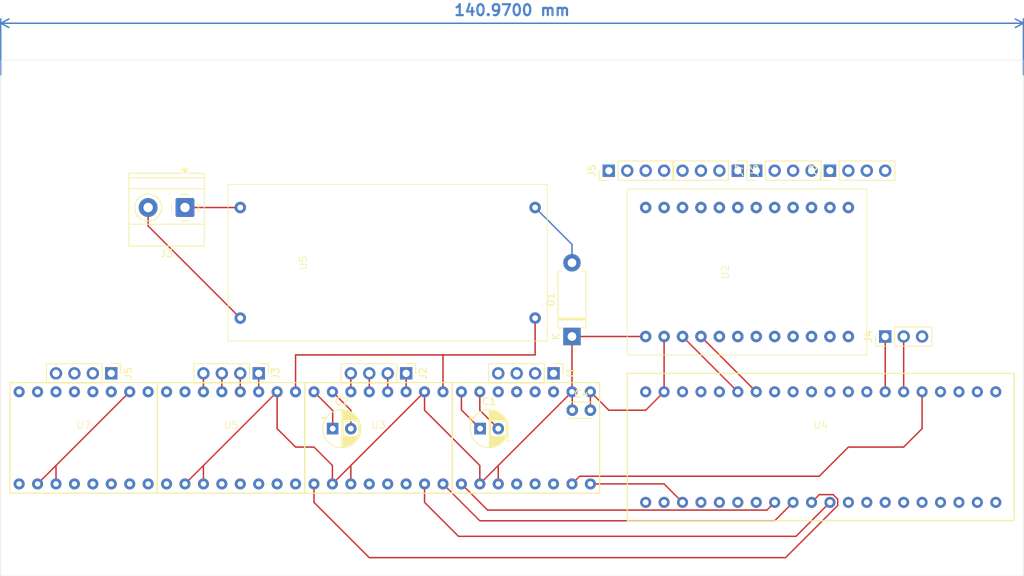
<source format=kicad_pcb>
(kicad_pcb (version 20241229) (generator "pcbnew") (generator_version "9.0")
  (layers (0 "F.Cu" signal) (2 "B.Cu" signal) (13 "F.Paste" user) (15 "B.Paste" user) (5 "F.SilkS" user "F.Silkscreen") (7 "B.SilkS" user "B.Silkscreen") (1 "F.Mask" user) (3 "B.Mask" user) (25 "Edge.Cuts" user))
  (net 0 "")
  (net 1 "Net-(J1-Pin_4)")
  (net 2 "/M1_EN")
  (net 3 "Net-(J1-Pin_3)")
  (net 4 "/M1_DIR")
  (net 5 "+24V")
  (net 6 "GND")
  (net 7 "+3V3")
  (net 10 "/M1_STEP")
  (net 11 "Net-(J1-Pin_2)")
  (net 12 "Net-(J1-Pin_1)")
  (net 15 "Net-(J2-Pin_2)")
  (net 16 "Net-(J2-Pin_3)")
  (net 17 "Net-(J2-Pin_4)")
  (net 20 "/M2_EN")
  (net 21 "/M2_STEP")
  (net 22 "/M2_DIR")
  (net 23 "Net-(J2-Pin_1)")
  (net 24 "Net-(J3-Pin_4)")
  (net 25 "/M3_DIR")
  (net 26 "Net-(D1-A)")
  (net 27 "/M3_STEP")
  (net 28 "Net-(J3-Pin_2)")
  (net 29 "/M3_EN")
  (net 30 "Net-(J3-Pin_3)")
  (net 32 "Net-(J3-Pin_1)")
  (net 33 "/M4_DIR")
  (net 34 "/M4_EN")
  (net 35 "/M4_STEP")
  (net 36 "/USART1_TX")
  (net 41 "/USART1_RX")
  (net 50 "/I2C1_SDA")
  (net 53 "/I2C1_SCL")
  (net 66 "Net-(J5-Pin_4)")
  (net 67 "Net-(J5-Pin_3)")
  (net 68 "Net-(J5-Pin_1)")
  (net 69 "Net-(J5-Pin_2)")
  (footprint "TerminalBlock_Phoenix:TerminalBlock_Phoenix_MKDS-1,5-2-5.08_1x02_P5.08mm_Horizontal" (layer "F.Cu") (at 83.82 68.58 180)
    (property "Reference" "J3" (at 2.54 -6.32 0) (layer "F.SilkS"))
    (property "Value" "Terminal")
    (pad "1" thru_hole roundrect (at 0 0 180) (size 2.6 2.6) (drill 1.3) (layers "*.Cu" "*.Mask") (roundrect_rratio 0.096154) (net 5 "+24V"))
    (pad "2" thru_hole circle (at 5.08 0 180) (size 2.6 2.6) (drill 1.3) (layers "*.Cu" "*.Mask") (net 6 "GND"))
  )
  (footprint "Connector_PinHeader_2.54mm:PinHeader_1x04_P2.54mm_Vertical" (layer "F.Cu") (at 114.3 91.44 -90)
    (property "Reference" "J2" (at 0 -2.33 90) (layer "F.SilkS"))
    (property "Value" "M2")
    (pad "1" thru_hole rect (at 0 0 270) (size 1.7 1.7) (drill 1) (layers "*.Cu" "*.Mask") (net 23 "Net-(J2-Pin_1)"))
    (pad "2" thru_hole oval (at 0 2.54 270) (size 1.7 1.7) (drill 1) (layers "*.Cu" "*.Mask") (net 15 "Net-(J2-Pin_2)"))
    (pad "3" thru_hole oval (at 0 5.08 270) (size 1.7 1.7) (drill 1) (layers "*.Cu" "*.Mask") (net 16 "Net-(J2-Pin_3)"))
    (pad "4" thru_hole oval (at 0 7.62 270) (size 1.7 1.7) (drill 1) (layers "*.Cu" "*.Mask") (net 17 "Net-(J2-Pin_4)"))
  )
  (footprint "stm32_ra_board_footprints:TMC2208_Board_Footprint" (layer "F.Cu") (at 130.81 100.33 90)
    (property "Reference" "U1" (at 0 -3 0) (layer "F.SilkS") (effects (font (thickness 0.1))))
    (property "Value" "~")
    (pad "1" thru_hole circle (at -6.35 -8.89 90) (size 1.524 1.524) (drill 0.762) (layers "*.Cu" "*.Mask") (net 2 "/M1_EN"))
    (pad "2" thru_hole circle (at -6.35 -6.35 90) (size 1.524 1.524) (drill 0.762) (layers "*.Cu" "*.Mask") (net 7 "+3V3"))
    (pad "3" thru_hole circle (at -6.35 -3.81 90) (size 1.524 1.524) (drill 0.762) (layers "*.Cu" "*.Mask") (net 7 "+3V3"))
    (pad "4" thru_hole circle (at -6.35 -1.27 90) (size 1.524 1.524) (drill 0.762) (layers "*.Cu" "*.Mask"))
    (pad "5" thru_hole circle (at -6.35 1.27 90) (size 1.524 1.524) (drill 0.762) (layers "*.Cu" "*.Mask"))
    (pad "6" thru_hole circle (at -6.35 3.81 90) (size 1.524 1.524) (drill 0.762) (layers "*.Cu" "*.Mask"))
    (pad "7" thru_hole circle (at -6.35 6.35 90) (size 1.524 1.524) (drill 0.762) (layers "*.Cu" "*.Mask") (net 10 "/M1_STEP"))
    (pad "8" thru_hole circle (at -6.35 8.89 90) (size 1.524 1.524) (drill 0.762) (layers "*.Cu" "*.Mask") (net 4 "/M1_DIR"))
    (pad "9" thru_hole circle (at 6.35 8.89 90) (size 1.524 1.524) (drill 0.762) (layers "*.Cu" "*.Mask") (net 6 "GND"))
    (pad "10" thru_hole circle (at 6.35 6.35 90) (size 1.524 1.524) (drill 0.762) (layers "*.Cu" "*.Mask") (net 7 "+3V3"))
    (pad "11" thru_hole circle (at 6.35 3.81 90) (size 1.524 1.524) (drill 0.762) (layers "*.Cu" "*.Mask") (net 12 "Net-(J1-Pin_1)"))
    (pad "12" thru_hole circle (at 6.35 1.27 90) (size 1.524 1.524) (drill 0.762) (layers "*.Cu" "*.Mask") (net 11 "Net-(J1-Pin_2)"))
    (pad "13" thru_hole circle (at 6.35 -1.27 90) (size 1.524 1.524) (drill 0.762) (layers "*.Cu" "*.Mask") (net 3 "Net-(J1-Pin_3)"))
    (pad "14" thru_hole circle (at 6.35 -3.81 90) (size 1.524 1.524) (drill 0.762) (layers "*.Cu" "*.Mask") (net 1 "Net-(J1-Pin_4)"))
    (pad "15" thru_hole circle (at 6.35 -6.35 90) (size 1.524 1.524) (drill 0.762) (layers "*.Cu" "*.Mask") (net 6 "GND"))
    (pad "16" thru_hole circle (at 6.35 -8.89 90) (size 1.524 1.524) (drill 0.762) (layers "*.Cu" "*.Mask") (net 5 "+24V"))
  )
  (footprint "Connector_PinHeader_2.54mm:PinHeader_1x04_P2.54mm_Vertical" (layer "F.Cu") (at 73.66 91.44 -90)
    (property "Reference" "J5" (at 0 -2.33 90) (layer "F.SilkS"))
    (property "Value" "M4")
    (pad "1" thru_hole rect (at 0 0 270) (size 1.7 1.7) (drill 1) (layers "*.Cu" "*.Mask") (net 68 "Net-(J5-Pin_1)"))
    (pad "2" thru_hole oval (at 0 2.54 270) (size 1.7 1.7) (drill 1) (layers "*.Cu" "*.Mask") (net 69 "Net-(J5-Pin_2)"))
    (pad "3" thru_hole oval (at 0 5.08 270) (size 1.7 1.7) (drill 1) (layers "*.Cu" "*.Mask") (net 67 "Net-(J5-Pin_3)"))
    (pad "4" thru_hole oval (at 0 7.62 270) (size 1.7 1.7) (drill 1) (layers "*.Cu" "*.Mask") (net 66 "Net-(J5-Pin_4)"))
  )
  (footprint "stm32_ra_board_footprints:STM32F411CEU6_Board" (layer "F.Cu") (at 171.45 101.6 90)
    (property "Reference" "U4" (at 3 0 0) (layer "F.SilkS") (effects (font (thickness 0.1))))
    (property "Value" "STM32F411CEU6_Board")
    (pad "1" thru_hole circle (at -7.62 -24.13 90) (size 1.524 1.524) (drill 0.8) (layers "*.Cu" "*.Mask" "B.Adhes"))
    (pad "2" thru_hole circle (at -7.62 -21.59 90) (size 1.524 1.524) (drill 0.8) (layers "*.Cu" "*.Mask" "B.Adhes"))
    (pad "3" thru_hole circle (at -7.62 -19.05 90) (size 1.524 1.524) (drill 0.8) (layers "*.Cu" "*.Mask" "B.Adhes") (net 4 "/M1_DIR"))
    (pad "4" thru_hole circle (at -7.62 -16.51 90) (size 1.524 1.524) (drill 0.8) (layers "*.Cu" "*.Mask" "B.Adhes"))
    (pad "5" thru_hole circle (at -7.62 -13.97 90) (size 1.524 1.524) (drill 0.8) (layers "*.Cu" "*.Mask" "B.Adhes"))
    (pad "6" thru_hole circle (at -7.62 -11.43 90) (size 1.524 1.524) (drill 0.8) (layers "*.Cu" "*.Mask" "B.Adhes"))
    (pad "7" thru_hole circle (at -7.62 -8.89 90) (size 1.524 1.524) (drill 0.8) (layers "*.Cu" "*.Mask" "B.Adhes"))
    (pad "8" thru_hole circle (at -7.62 -6.35 90) (size 1.524 1.524) (drill 0.8) (layers "*.Cu" "*.Mask" "B.Adhes") (net 2 "/M1_EN"))
    (pad "9" thru_hole circle (at -7.62 -3.81 90) (size 1.524 1.524) (drill 0.8) (layers "*.Cu" "*.Mask" "B.Adhes") (net 22 "/M2_DIR"))
    (pad "10" thru_hole circle (at -7.62 -1.27 90) (size 1.524 1.524) (drill 0.8) (layers "*.Cu" "*.Mask" "B.Adhes") (net 20 "/M2_EN"))
    (pad "11" thru_hole circle (at -7.62 1.27 90) (size 1.524 1.524) (drill 0.8) (layers "*.Cu" "*.Mask" "B.Adhes") (net 21 "/M2_STEP"))
    (pad "12" thru_hole circle (at -7.62 3.81 90) (size 1.524 1.524) (drill 0.8) (layers "*.Cu" "*.Mask" "B.Adhes"))
    (pad "13" thru_hole circle (at -7.62 6.35 90) (size 1.524 1.524) (drill 0.8) (layers "*.Cu" "*.Mask" "B.Adhes"))
    (pad "14" thru_hole circle (at -7.62 8.89 90) (size 1.524 1.524) (drill 0.8) (layers "*.Cu" "*.Mask" "B.Adhes"))
    (pad "15" thru_hole circle (at -7.62 11.43 90) (size 1.524 1.524) (drill 0.8) (layers "*.Cu" "*.Mask" "B.Adhes"))
    (pad "16" thru_hole circle (at -7.62 13.97 90) (size 1.524 1.524) (drill 0.8) (layers "*.Cu" "*.Mask" "B.Adhes"))
    (pad "17" thru_hole circle (at -7.62 16.51 90) (size 1.524 1.524) (drill 0.8) (layers "*.Cu" "*.Mask" "B.Adhes"))
    (pad "18" thru_hole circle (at -7.62 19.05 90) (size 1.524 1.524) (drill 0.8) (layers "*.Cu" "*.Mask" "B.Adhes"))
    (pad "19" thru_hole circle (at -7.62 21.59 90) (size 1.524 1.524) (drill 0.8) (layers "*.Cu" "*.Mask" "B.Adhes") (net 6 "GND"))
    (pad "20" thru_hole circle (at -7.62 24.13 90) (size 1.524 1.524) (drill 0.8) (layers "*.Cu" "*.Mask" "B.Adhes"))
    (pad "21" thru_hole circle (at 7.62 -24.13 90) (size 1.524 1.524) (drill 0.8) (layers "*.Cu" "*.Mask" "B.Adhes"))
    (pad "22" thru_hole circle (at 7.62 -21.59 90) (size 1.524 1.524) (drill 0.8) (layers "*.Cu" "*.Mask" "B.Adhes") (net 6 "GND"))
    (pad "23" thru_hole circle (at 7.62 -19.05 90) (size 1.524 1.524) (drill 0.8) (layers "*.Cu" "*.Mask" "B.Adhes"))
    (pad "24" thru_hole circle (at 7.62 -16.51 90) (size 1.524 1.524) (drill 0.8) (layers "*.Cu" "*.Mask" "B.Adhes"))
    (pad "25" thru_hole circle (at 7.62 -13.97 90) (size 1.524 1.524) (drill 0.8) (layers "*.Cu" "*.Mask" "B.Adhes"))
    (pad "26" thru_hole circle (at 7.62 -11.43 90) (size 1.524 1.524) (drill 0.8) (layers "*.Cu" "*.Mask" "B.Adhes") (net 50 "/I2C1_SDA"))
    (pad "27" thru_hole circle (at 7.62 -8.89 90) (size 1.524 1.524) (drill 0.8) (layers "*.Cu" "*.Mask" "B.Adhes") (net 53 "/I2C1_SCL"))
    (pad "28" thru_hole circle (at 7.62 -6.35 90) (size 1.524 1.524) (drill 0.8) (layers "*.Cu" "*.Mask" "B.Adhes"))
    (pad "29" thru_hole circle (at 7.62 -3.81 90) (size 1.524 1.524) (drill 0.8) (layers "*.Cu" "*.Mask" "B.Adhes"))
    (pad "30" thru_hole circle (at 7.62 -1.27 90) (size 1.524 1.524) (drill 0.8) (layers "*.Cu" "*.Mask" "B.Adhes"))
    (pad "31" thru_hole circle (at 7.62 1.27 90) (size 1.524 1.524) (drill 0.8) (layers "*.Cu" "*.Mask" "B.Adhes"))
    (pad "32" thru_hole circle (at 7.62 3.81 90) (size 1.524 1.524) (drill 0.8) (layers "*.Cu" "*.Mask" "B.Adhes"))
    (pad "33" thru_hole circle (at 7.62 6.35 90) (size 1.524 1.524) (drill 0.8) (layers "*.Cu" "*.Mask" "B.Adhes"))
    (pad "34" thru_hole circle (at 7.62 8.89 90) (size 1.524 1.524) (drill 0.8) (layers "*.Cu" "*.Mask" "B.Adhes") (net 41 "/USART1_RX"))
    (pad "35" thru_hole circle (at 7.62 11.43 90) (size 1.524 1.524) (drill 0.8) (layers "*.Cu" "*.Mask" "B.Adhes") (net 36 "/USART1_TX"))
    (pad "36" thru_hole circle (at 7.62 13.97 90) (size 1.524 1.524) (drill 0.8) (layers "*.Cu" "*.Mask" "B.Adhes") (net 10 "/M1_STEP"))
    (pad "37" thru_hole circle (at 7.62 16.51 90) (size 1.524 1.524) (drill 0.8) (layers "*.Cu" "*.Mask" "B.Adhes"))
    (pad "38" thru_hole circle (at 7.62 19.05 90) (size 1.524 1.524) (drill 0.8) (layers "*.Cu" "*.Mask" "B.Adhes"))
    (pad "39" thru_hole circle (at 7.62 21.59 90) (size 1.524 1.524) (drill 0.8) (layers "*.Cu" "*.Mask" "B.Adhes"))
    (pad "40" thru_hole circle (at 7.62 24.13 90) (size 1.524 1.524) (drill 0.8) (layers "*.Cu" "*.Mask" "B.Adhes"))
  )
  (footprint "Capacitor_THT:CP_Radial_D5.0mm_P2.50mm" (layer "F.Cu") (at 104.18 99.06)
    (property "Reference" "C2" (at 1.25 -3.75 0) (layer "F.SilkS"))
    (property "Value" "M2_Cap")
    (pad "1" thru_hole rect (at 0 0) (size 1.6 1.6) (drill 0.8) (layers "*.Cu" "*.Mask") (net 5 "+24V"))
    (pad "2" thru_hole circle (at 2.5 0) (size 1.6 1.6) (drill 0.8) (layers "*.Cu" "*.Mask") (net 6 "GND"))
  )
  (footprint "stm32_ra_board_footprints:LM2596_Board_BC_Footprint" (layer "F.Cu") (at 111.76 76.2 90)
    (property "Reference" "U5" (at 0 -11.66 90) (layer "F.SilkS") (effects (font (thickness 0.1))))
    (property "Value" "~")
    (pad "1" thru_hole circle (at 7.62 -20.32 90) (size 1.584 1.584) (drill 0.8) (layers "*.Cu" "*.Mask") (net 5 "+24V"))
    (pad "2" thru_hole circle (at -7.62 -20.32 90) (size 1.584 1.584) (drill 0.8) (layers "*.Cu" "*.Mask") (net 6 "GND"))
    (pad "3" thru_hole circle (at 7.62 20.32 90) (size 1.584 1.584) (drill 0.8) (layers "*.Cu" "*.Mask") (net 26 "Net-(D1-A)"))
    (pad "4" thru_hole circle (at -7.62 20.32 90) (size 1.584 1.584) (drill 0.8) (layers "*.Cu" "*.Mask") (net 6 "GND"))
  )
  (footprint "Connector_PinHeader_2.54mm:PinHeader_1x04_P2.54mm_Vertical" (layer "F.Cu") (at 162.56 63.5 90)
    (property "Reference" "J7" (at 0 -2.33 90) (layer "F.SilkS"))
    (property "Value" "~")
    (pad "1" thru_hole rect (at 0 0 90) (size 1.7 1.7) (drill 1) (layers "*.Cu" "*.Mask"))
    (pad "2" thru_hole oval (at 0 2.54 90) (size 1.7 1.7) (drill 1) (layers "*.Cu" "*.Mask"))
    (pad "3" thru_hole oval (at 0 5.08 90) (size 1.7 1.7) (drill 1) (layers "*.Cu" "*.Mask"))
    (pad "4" thru_hole oval (at 0 7.62 90) (size 1.7 1.7) (drill 1) (layers "*.Cu" "*.Mask"))
  )
  (footprint "stm32_ra_board_footprints:TCA9548A_Board_Footprint" (layer "F.Cu") (at 161.29 77.47 90)
    (property "Reference" "U2" (at 0 -3 90) (layer "F.SilkS") (effects (font (thickness 0.1))))
    (property "Value" "TCA9548A_Board")
    (pad "1" thru_hole circle (at -8.89 -13.97 90) (size 1.584 1.584) (drill 0.8) (layers "*.Cu" "*.Mask") (net 7 "+3V3"))
    (pad "2" thru_hole circle (at -8.89 -11.43 90) (size 1.584 1.584) (drill 0.8) (layers "*.Cu" "*.Mask") (net 6 "GND"))
    (pad "3" thru_hole circle (at -8.89 -8.89 90) (size 1.584 1.584) (drill 0.8) (layers "*.Cu" "*.Mask") (net 50 "/I2C1_SDA"))
    (pad "4" thru_hole circle (at -8.89 -6.35 90) (size 1.584 1.584) (drill 0.8) (layers "*.Cu" "*.Mask") (net 53 "/I2C1_SCL"))
    (pad "5" thru_hole circle (at -8.89 -3.81 90) (size 1.584 1.584) (drill 0.8) (layers "*.Cu" "*.Mask"))
    (pad "6" thru_hole circle (at -8.89 -1.27 90) (size 1.584 1.584) (drill 0.8) (layers "*.Cu" "*.Mask"))
    (pad "7" thru_hole circle (at -8.89 1.27 90) (size 1.584 1.584) (drill 0.8) (layers "*.Cu" "*.Mask"))
    (pad "8" thru_hole circle (at -8.89 3.81 90) (size 1.584 1.584) (drill 0.8) (layers "*.Cu" "*.Mask"))
    (pad "9" thru_hole circle (at -8.89 6.35 90) (size 1.584 1.584) (drill 0.8) (layers "*.Cu" "*.Mask"))
    (pad "10" thru_hole circle (at -8.89 8.89 90) (size 1.584 1.584) (drill 0.8) (layers "*.Cu" "*.Mask"))
    (pad "11" thru_hole circle (at -8.89 11.43 90) (size 1.584 1.584) (drill 0.8) (layers "*.Cu" "*.Mask"))
    (pad "12" thru_hole circle (at -8.89 13.97 90) (size 1.584 1.584) (drill 0.8) (layers "*.Cu" "*.Mask"))
    (pad "13" thru_hole circle (at 8.89 -13.97 90) (size 1.584 1.584) (drill 0.8) (layers "*.Cu" "*.Mask"))
    (pad "14" thru_hole circle (at 8.89 -11.43 90) (size 1.584 1.584) (drill 0.8) (layers "*.Cu" "*.Mask"))
    (pad "15" thru_hole circle (at 8.89 -8.89 90) (size 1.584 1.584) (drill 0.8) (layers "*.Cu" "*.Mask"))
    (pad "16" thru_hole circle (at 8.89 -6.35 90) (size 1.584 1.584) (drill 0.8) (layers "*.Cu" "*.Mask"))
    (pad "17" thru_hole circle (at 8.89 -3.81 90) (size 1.584 1.584) (drill 0.8) (layers "*.Cu" "*.Mask"))
    (pad "18" thru_hole circle (at 8.89 -1.27 90) (size 1.584 1.584) (drill 0.8) (layers "*.Cu" "*.Mask"))
    (pad "19" thru_hole circle (at 8.89 1.27 90) (size 1.584 1.584) (drill 0.8) (layers "*.Cu" "*.Mask"))
    (pad "20" thru_hole circle (at 8.89 3.81 90) (size 1.584 1.584) (drill 0.8) (layers "*.Cu" "*.Mask"))
    (pad "21" thru_hole circle (at 8.89 6.35 90) (size 1.584 1.584) (drill 0.8) (layers "*.Cu" "*.Mask"))
    (pad "22" thru_hole circle (at 8.89 8.89 90) (size 1.584 1.584) (drill 0.8) (layers "*.Cu" "*.Mask"))
    (pad "23" thru_hole circle (at 8.89 11.43 90) (size 1.584 1.584) (drill 0.8) (layers "*.Cu" "*.Mask"))
    (pad "24" thru_hole circle (at 8.89 13.97 90) (size 1.584 1.584) (drill 0.8) (layers "*.Cu" "*.Mask"))
  )
  (footprint "stm32_ra_board_footprints:TMC2208_Board_Footprint" (layer "F.Cu") (at 110.49 100.33 90)
    (property "Reference" "U3" (at 1.754 0 0) (layer "F.SilkS") (effects (font (thickness 0.1))))
    (property "Value" "~")
    (pad "1" thru_hole circle (at -6.35 -8.89 90) (size 1.524 1.524) (drill 0.762) (layers "*.Cu" "*.Mask") (net 20 "/M2_EN"))
    (pad "2" thru_hole circle (at -6.35 -6.35 90) (size 1.524 1.524) (drill 0.762) (layers "*.Cu" "*.Mask") (net 7 "+3V3"))
    (pad "3" thru_hole circle (at -6.35 -3.81 90) (size 1.524 1.524) (drill 0.762) (layers "*.Cu" "*.Mask") (net 7 "+3V3"))
    (pad "4" thru_hole circle (at -6.35 -1.27 90) (size 1.524 1.524) (drill 0.762) (layers "*.Cu" "*.Mask"))
    (pad "5" thru_hole circle (at -6.35 1.27 90) (size 1.524 1.524) (drill 0.762) (layers "*.Cu" "*.Mask"))
    (pad "6" thru_hole circle (at -6.35 3.81 90) (size 1.524 1.524) (drill 0.762) (layers "*.Cu" "*.Mask"))
    (pad "7" thru_hole circle (at -6.35 6.35 90) (size 1.524 1.524) (drill 0.762) (layers "*.Cu" "*.Mask") (net 21 "/M2_STEP"))
    (pad "8" thru_hole circle (at -6.35 8.89 90) (size 1.524 1.524) (drill 0.762) (layers "*.Cu" "*.Mask") (net 22 "/M2_DIR"))
    (pad "9" thru_hole circle (at 6.35 8.89 90) (size 1.524 1.524) (drill 0.762) (layers "*.Cu" "*.Mask") (net 6 "GND"))
    (pad "10" thru_hole circle (at 6.35 6.35 90) (size 1.524 1.524) (drill 0.762) (layers "*.Cu" "*.Mask") (net 7 "+3V3"))
    (pad "11" thru_hole circle (at 6.35 3.81 90) (size 1.524 1.524) (drill 0.762) (layers "*.Cu" "*.Mask") (net 23 "Net-(J2-Pin_1)"))
    (pad "12" thru_hole circle (at 6.35 1.27 90) (size 1.524 1.524) (drill 0.762) (layers "*.Cu" "*.Mask") (net 15 "Net-(J2-Pin_2)"))
    (pad "13" thru_hole circle (at 6.35 -1.27 90) (size 1.524 1.524) (drill 0.762) (layers "*.Cu" "*.Mask") (net 16 "Net-(J2-Pin_3)"))
    (pad "14" thru_hole circle (at 6.35 -3.81 90) (size 1.524 1.524) (drill 0.762) (layers "*.Cu" "*.Mask") (net 17 "Net-(J2-Pin_4)"))
    (pad "15" thru_hole circle (at 6.35 -6.35 90) (size 1.524 1.524) (drill 0.762) (layers "*.Cu" "*.Mask") (net 6 "GND"))
    (pad "16" thru_hole circle (at 6.35 -8.89 90) (size 1.524 1.524) (drill 0.762) (layers "*.Cu" "*.Mask") (net 5 "+24V"))
  )
  (footprint "Connector_PinHeader_2.54mm:PinHeader_1x04_P2.54mm_Vertical" (layer "F.Cu") (at 160.02 63.5 -90)
    (property "Reference" "J6" (at 0 -2.33 90) (layer "F.SilkS"))
    (property "Value" "~")
    (pad "1" thru_hole rect (at 0 0 270) (size 1.7 1.7) (drill 1) (layers "*.Cu" "*.Mask"))
    (pad "2" thru_hole oval (at 0 2.54 270) (size 1.7 1.7) (drill 1) (layers "*.Cu" "*.Mask"))
    (pad "3" thru_hole oval (at 0 5.08 270) (size 1.7 1.7) (drill 1) (layers "*.Cu" "*.Mask"))
    (pad "4" thru_hole oval (at 0 7.62 270) (size 1.7 1.7) (drill 1) (layers "*.Cu" "*.Mask"))
  )
  (footprint "stm32_ra_board_footprints:TMC2208_Board_Footprint" (layer "F.Cu") (at 69.85 100.33 90)
    (property "Reference" "U7" (at 1.754 0 0) (layer "F.SilkS") (effects (font (thickness 0.1))))
    (property "Value" "~")
    (pad "1" thru_hole circle (at -6.35 -8.89 90) (size 1.524 1.524) (drill 0.762) (layers "*.Cu" "*.Mask") (net 34 "/M4_EN"))
    (pad "2" thru_hole circle (at -6.35 -6.35 90) (size 1.524 1.524) (drill 0.762) (layers "*.Cu" "*.Mask") (net 7 "+3V3"))
    (pad "3" thru_hole circle (at -6.35 -3.81 90) (size 1.524 1.524) (drill 0.762) (layers "*.Cu" "*.Mask") (net 7 "+3V3"))
    (pad "4" thru_hole circle (at -6.35 -1.27 90) (size 1.524 1.524) (drill 0.762) (layers "*.Cu" "*.Mask"))
    (pad "5" thru_hole circle (at -6.35 1.27 90) (size 1.524 1.524) (drill 0.762) (layers "*.Cu" "*.Mask"))
    (pad "6" thru_hole circle (at -6.35 3.81 90) (size 1.524 1.524) (drill 0.762) (layers "*.Cu" "*.Mask"))
    (pad "7" thru_hole circle (at -6.35 6.35 90) (size 1.524 1.524) (drill 0.762) (layers "*.Cu" "*.Mask") (net 35 "/M4_STEP"))
    (pad "8" thru_hole circle (at -6.35 8.89 90) (size 1.524 1.524) (drill 0.762) (layers "*.Cu" "*.Mask") (net 33 "/M4_DIR"))
    (pad "9" thru_hole circle (at 6.35 8.89 90) (size 1.524 1.524) (drill 0.762) (layers "*.Cu" "*.Mask") (net 6 "GND"))
    (pad "10" thru_hole circle (at 6.35 6.35 90) (size 1.524 1.524) (drill 0.762) (layers "*.Cu" "*.Mask") (net 7 "+3V3"))
    (pad "11" thru_hole circle (at 6.35 3.81 90) (size 1.524 1.524) (drill 0.762) (layers "*.Cu" "*.Mask") (net 68 "Net-(J5-Pin_1)"))
    (pad "12" thru_hole circle (at 6.35 1.27 90) (size 1.524 1.524) (drill 0.762) (layers "*.Cu" "*.Mask") (net 69 "Net-(J5-Pin_2)"))
    (pad "13" thru_hole circle (at 6.35 -1.27 90) (size 1.524 1.524) (drill 0.762) (layers "*.Cu" "*.Mask") (net 67 "Net-(J5-Pin_3)"))
    (pad "14" thru_hole circle (at 6.35 -3.81 90) (size 1.524 1.524) (drill 0.762) (layers "*.Cu" "*.Mask") (net 66 "Net-(J5-Pin_4)"))
    (pad "15" thru_hole circle (at 6.35 -6.35 90) (size 1.524 1.524) (drill 0.762) (layers "*.Cu" "*.Mask") (net 6 "GND"))
    (pad "16" thru_hole circle (at 6.35 -8.89 90) (size 1.524 1.524) (drill 0.762) (layers "*.Cu" "*.Mask") (net 5 "+24V"))
  )
  (footprint "Diode_THT:D_DO-15_P10.16mm_Horizontal" (layer "F.Cu") (at 137.16 86.36 90)
    (property "Reference" "D1" (at 5.08 -2.92 90) (layer "F.SilkS"))
    (property "Value" "D")
    (fp_text user "K" (at 0 -2.2 90) (layer "F.SilkS"))
    (pad "1" thru_hole rect (at 0 0 90) (size 2.4 2.4) (drill 1.2) (layers "*.Cu" "*.Mask") (net 7 "+3V3"))
    (pad "2" thru_hole oval (at 10.16 0 90) (size 2.4 2.4) (drill 1.2) (layers "*.Cu" "*.Mask") (net 26 "Net-(D1-A)"))
  )
  (footprint "Connector_PinHeader_2.54mm:PinHeader_1x04_P2.54mm_Vertical" (layer "F.Cu") (at 142.24 63.5 90)
    (property "Reference" "J5" (at 0 -2.33 90) (layer "F.SilkS"))
    (property "Value" "~")
    (pad "1" thru_hole rect (at 0 0 90) (size 1.7 1.7) (drill 1) (layers "*.Cu" "*.Mask"))
    (pad "2" thru_hole oval (at 0 2.54 90) (size 1.7 1.7) (drill 1) (layers "*.Cu" "*.Mask"))
    (pad "3" thru_hole oval (at 0 5.08 90) (size 1.7 1.7) (drill 1) (layers "*.Cu" "*.Mask"))
    (pad "4" thru_hole oval (at 0 7.62 90) (size 1.7 1.7) (drill 1) (layers "*.Cu" "*.Mask"))
  )
  (footprint "stm32_ra_board_footprints:TMC2208_Board_Footprint" (layer "F.Cu") (at 90.17 100.33 90)
    (property "Reference" "U5" (at 1.754 0 0) (layer "F.SilkS") (effects (font (thickness 0.1))))
    (property "Value" "~")
    (pad "1" thru_hole circle (at -6.35 -8.89 90) (size 1.524 1.524) (drill 0.762) (layers "*.Cu" "*.Mask") (net 29 "/M3_EN"))
    (pad "2" thru_hole circle (at -6.35 -6.35 90) (size 1.524 1.524) (drill 0.762) (layers "*.Cu" "*.Mask") (net 7 "+3V3"))
    (pad "3" thru_hole circle (at -6.35 -3.81 90) (size 1.524 1.524) (drill 0.762) (layers "*.Cu" "*.Mask") (net 7 "+3V3"))
    (pad "4" thru_hole circle (at -6.35 -1.27 90) (size 1.524 1.524) (drill 0.762) (layers "*.Cu" "*.Mask"))
    (pad "5" thru_hole circle (at -6.35 1.27 90) (size 1.524 1.524) (drill 0.762) (layers "*.Cu" "*.Mask"))
    (pad "6" thru_hole circle (at -6.35 3.81 90) (size 1.524 1.524) (drill 0.762) (layers "*.Cu" "*.Mask"))
    (pad "7" thru_hole circle (at -6.35 6.35 90) (size 1.524 1.524) (drill 0.762) (layers "*.Cu" "*.Mask") (net 27 "/M3_STEP"))
    (pad "8" thru_hole circle (at -6.35 8.89 90) (size 1.524 1.524) (drill 0.762) (layers "*.Cu" "*.Mask") (net 25 "/M3_DIR"))
    (pad "9" thru_hole circle (at 6.35 8.89 90) (size 1.524 1.524) (drill 0.762) (layers "*.Cu" "*.Mask") (net 6 "GND"))
    (pad "10" thru_hole circle (at 6.35 6.35 90) (size 1.524 1.524) (drill 0.762) (layers "*.Cu" "*.Mask") (net 7 "+3V3"))
    (pad "11" thru_hole circle (at 6.35 3.81 90) (size 1.524 1.524) (drill 0.762) (layers "*.Cu" "*.Mask") (net 32 "Net-(J3-Pin_1)"))
    (pad "12" thru_hole circle (at 6.35 1.27 90) (size 1.524 1.524) (drill 0.762) (layers "*.Cu" "*.Mask") (net 28 "Net-(J3-Pin_2)"))
    (pad "13" thru_hole circle (at 6.35 -1.27 90) (size 1.524 1.524) (drill 0.762) (layers "*.Cu" "*.Mask") (net 30 "Net-(J3-Pin_3)"))
    (pad "14" thru_hole circle (at 6.35 -3.81 90) (size 1.524 1.524) (drill 0.762) (layers "*.Cu" "*.Mask") (net 24 "Net-(J3-Pin_4)"))
    (pad "15" thru_hole circle (at 6.35 -6.35 90) (size 1.524 1.524) (drill 0.762) (layers "*.Cu" "*.Mask") (net 6 "GND"))
    (pad "16" thru_hole circle (at 6.35 -8.89 90) (size 1.524 1.524) (drill 0.762) (layers "*.Cu" "*.Mask") (net 5 "+24V"))
  )
  (footprint "Connector_PinHeader_2.54mm:PinHeader_1x04_P2.54mm_Vertical" (layer "F.Cu") (at 93.98 91.44 -90)
    (property "Reference" "J3" (at 0 -2.33 90) (layer "F.SilkS"))
    (property "Value" "M3")
    (pad "1" thru_hole rect (at 0 0 270) (size 1.7 1.7) (drill 1) (layers "*.Cu" "*.Mask") (net 32 "Net-(J3-Pin_1)"))
    (pad "2" thru_hole oval (at 0 2.54 270) (size 1.7 1.7) (drill 1) (layers "*.Cu" "*.Mask") (net 28 "Net-(J3-Pin_2)"))
    (pad "3" thru_hole oval (at 0 5.08 270) (size 1.7 1.7) (drill 1) (layers "*.Cu" "*.Mask") (net 30 "Net-(J3-Pin_3)"))
    (pad "4" thru_hole oval (at 0 7.62 270) (size 1.7 1.7) (drill 1) (layers "*.Cu" "*.Mask") (net 24 "Net-(J3-Pin_4)"))
  )
  (footprint "Connector_PinHeader_2.54mm:PinHeader_1x04_P2.54mm_Vertical" (layer "F.Cu") (at 172.72 63.5 90)
    (property "Reference" "J8" (at 0 -2.33 90) (layer "F.SilkS"))
    (property "Value" "~")
    (pad "1" thru_hole rect (at 0 0 90) (size 1.7 1.7) (drill 1) (layers "*.Cu" "*.Mask"))
    (pad "2" thru_hole oval (at 0 2.54 90) (size 1.7 1.7) (drill 1) (layers "*.Cu" "*.Mask"))
    (pad "3" thru_hole oval (at 0 5.08 90) (size 1.7 1.7) (drill 1) (layers "*.Cu" "*.Mask"))
    (pad "4" thru_hole oval (at 0 7.62 90) (size 1.7 1.7) (drill 1) (layers "*.Cu" "*.Mask"))
  )
  (footprint "Connector_PinHeader_2.54mm:PinHeader_1x04_P2.54mm_Vertical" (layer "F.Cu") (at 134.62 91.44 -90)
    (property "Reference" "J1" (at 0 -2.33 90) (layer "F.SilkS"))
    (property "Value" "M1")
    (pad "1" thru_hole rect (at 0 0 270) (size 1.7 1.7) (drill 1) (layers "*.Cu" "*.Mask") (net 12 "Net-(J1-Pin_1)"))
    (pad "2" thru_hole oval (at 0 2.54 270) (size 1.7 1.7) (drill 1) (layers "*.Cu" "*.Mask") (net 11 "Net-(J1-Pin_2)"))
    (pad "3" thru_hole oval (at 0 5.08 270) (size 1.7 1.7) (drill 1) (layers "*.Cu" "*.Mask") (net 3 "Net-(J1-Pin_3)"))
    (pad "4" thru_hole oval (at 0 7.62 270) (size 1.7 1.7) (drill 1) (layers "*.Cu" "*.Mask") (net 1 "Net-(J1-Pin_4)"))
  )
  (footprint "Capacitor_THT:CP_Radial_D5.0mm_P2.50mm" (layer "F.Cu") (at 124.5 99.06)
    (property "Reference" "C1" (at 1.25 -3.75 0) (layer "F.SilkS"))
    (property "Value" "M1_Cap")
    (pad "1" thru_hole rect (at 0 0) (size 1.6 1.6) (drill 0.8) (layers "*.Cu" "*.Mask") (net 5 "+24V"))
    (pad "2" thru_hole circle (at 2.5 0) (size 1.6 1.6) (drill 0.8) (layers "*.Cu" "*.Mask") (net 6 "GND"))
  )
  (footprint "Capacitor_THT:C_Disc_D3.0mm_W2.0mm_P2.50mm" (layer "F.Cu") (at 137.2 96.52)
    (property "Reference" "C4" (at 1.25 -2.25 0) (layer "F.SilkS"))
    (property "Value" "100nF")
    (pad "1" thru_hole circle (at 0 0) (size 1.6 1.6) (drill 0.8) (layers "*.Cu" "*.Mask") (net 7 "+3V3"))
    (pad "2" thru_hole circle (at 2.5 0) (size 1.6 1.6) (drill 0.8) (layers "*.Cu" "*.Mask") (net 6 "GND"))
  )
  (footprint "Connector_PinHeader_2.54mm:PinHeader_1x03_P2.54mm_Vertical" (layer "F.Cu") (at 180.34 86.36 90)
    (property "Reference" "J4" (at 0 -2.33 90) (layer "F.SilkS"))
    (property "Value" "USART")
    (pad "1" thru_hole rect (at 0 0 90) (size 1.7 1.7) (drill 1) (layers "*.Cu" "*.Mask") (net 41 "/USART1_RX"))
    (pad "2" thru_hole oval (at 0 2.54 90) (size 1.7 1.7) (drill 1) (layers "*.Cu" "*.Mask") (net 36 "/USART1_TX"))
    (pad "3" thru_hole oval (at 0 5.08 90) (size 1.7 1.7) (drill 1) (layers "*.Cu" "*.Mask") (net 6 "GND"))
  )
  (gr_rect (start 58.42 48.26) (end 199.39 119.38) (stroke (width 0.05)) (fill no) (layer "Edge.Cuts"))
  (dimension (type orthogonal) (layer "B.Cu") (pts (xy 58.42 50.8) (xy 199.39 50.8)) (height -7.62) (orientation 0) (format (prefix "") (suffix "") (units 3) (units_format 1) (precision 4)) (style (thickness 0.2) (arrow_length 1.27) (text_position_mode 0) (arrow_direction outward) (extension_height 0.58642) (extension_offset 0.5) (keep_text_aligned yes)) (gr_text "140.9700 mm" (at 128.905 41.38 0) (layer "B.Cu") (effects (font (size 1.5 1.5) (thickness 0.3)))))
  (segment (start 164.037 110.283) (end 165.1 109.22) (width 0.2) (layer "F.Cu") (net 2))
  (segment (start 125.523 110.283) (end 164.037 110.283) (width 0.2) (layer "F.Cu") (net 2))
  (segment (start 121.92 106.68) (end 125.523 110.283) (width 0.2) (layer "F.Cu") (net 2))
  (segment (start 149.86 106.68) (end 152.4 109.22) (width 0.2) (layer "F.Cu") (net 4))
  (segment (start 139.7 106.68) (end 149.86 106.68) (width 0.2) (layer "F.Cu") (net 4))
  (segment (start 121.92 96.48) (end 121.92 93.98) (width 0.2) (layer "F.Cu") (net 5))
  (segment (start 104.18 99.06) (end 104.18 96.56) (width 0.2) (layer "F.Cu") (net 5))
  (segment (start 124.5 99.06) (end 121.92 96.48) (width 0.2) (layer "F.Cu") (net 5))
  (segment (start 104.18 96.56) (end 101.6 93.98) (width 0.2) (layer "F.Cu") (net 5))
  (segment (start 83.82 68.58) (end 91.44 68.58) (width 0.2) (layer "F.Cu") (net 5))
  (segment (start 78.74 71.12) (end 78.74 68.58) (width 0.2) (layer "F.Cu") (net 6))
  (segment (start 99.06 93.98) (end 99.06 88.9) (width 0.2) (layer "F.Cu") (net 6))
  (segment (start 139.7 93.98) (end 142.24 96.52) (width 0.2) (layer "F.Cu") (net 6))
  (segment (start 127 99.06) (end 124.46 96.52) (width 0.2) (layer "F.Cu") (net 6))
  (segment (start 119.38 88.9) (end 104.14 88.9) (width 0.2) (layer "F.Cu") (net 6))
  (segment (start 149.86 86.36) (end 149.86 93.98) (width 0.2) (layer "F.Cu") (net 6))
  (segment (start 124.46 96.52) (end 124.46 93.98) (width 0.2) (layer "F.Cu") (net 6))
  (segment (start 124.46 88.9) (end 119.38 88.9) (width 0.2) (layer "F.Cu") (net 6))
  (segment (start 91.44 83.82) (end 78.74 71.12) (width 0.2) (layer "F.Cu") (net 6))
  (segment (start 106.68 96.52) (end 104.14 93.98) (width 0.2) (layer "F.Cu") (net 6))
  (segment (start 147.32 96.52) (end 149.86 93.98) (width 0.2) (layer "F.Cu") (net 6))
  (segment (start 132.08 88.9) (end 132.08 83.82) (width 0.2) (layer "F.Cu") (net 6))
  (segment (start 139.7 93.98) (end 139.7 96.52) (width 0.2) (layer "F.Cu") (net 6))
  (segment (start 119.38 93.98) (end 119.38 88.9) (width 0.2) (layer "F.Cu") (net 6))
  (segment (start 142.24 96.52) (end 147.32 96.52) (width 0.2) (layer "F.Cu") (net 6))
  (segment (start 99.06 88.9) (end 104.14 88.9) (width 0.2) (layer "F.Cu") (net 6))
  (segment (start 124.46 88.9) (end 132.08 88.9) (width 0.2) (layer "F.Cu") (net 6))
  (segment (start 106.68 99.06) (end 106.68 96.52) (width 0.2) (layer "F.Cu") (net 6))
  (segment (start 99.06 101.6) (end 96.52 99.06) (width 0.2) (layer "F.Cu") (net 7))
  (segment (start 124.46 104.14) (end 116.84 96.52) (width 0.2) (layer "F.Cu") (net 7))
  (segment (start 127 106.68) (end 127 104.14) (width 0.2) (layer "F.Cu") (net 7))
  (segment (start 66.04 106.68) (end 66.04 104.14) (width 0.2) (layer "F.Cu") (net 7))
  (segment (start 106.68 104.14) (end 104.14 106.68) (width 0.2) (layer "F.Cu") (net 7))
  (segment (start 104.14 106.68) (end 104.14 104.14) (width 0.2) (layer "F.Cu") (net 7))
  (segment (start 137.16 93.98) (end 127 104.14) (width 0.2) (layer "F.Cu") (net 7))
  (segment (start 96.52 93.98) (end 86.36 104.14) (width 0.2) (layer "F.Cu") (net 7))
  (segment (start 86.36 104.14) (end 83.82 106.68) (width 0.2) (layer "F.Cu") (net 7))
  (segment (start 101.6 101.6) (end 99.06 101.6) (width 0.2) (layer "F.Cu") (net 7))
  (segment (start 124.46 106.68) (end 124.46 104.14) (width 0.2) (layer "F.Cu") (net 7))
  (segment (start 137.2 96.52) (end 137.2 94.02) (width 0.2) (layer "F.Cu") (net 7))
  (segment (start 106.68 106.68) (end 106.68 104.14) (width 0.2) (layer "F.Cu") (net 7))
  (segment (start 147.32 86.36) (end 137.16 86.36) (width 0.2) (layer "F.Cu") (net 7))
  (segment (start 137.16 86.36) (end 137.16 93.98) (width 0.2) (layer "F.Cu") (net 7))
  (segment (start 116.84 93.98) (end 106.68 104.14) (width 0.2) (layer "F.Cu") (net 7))
  (segment (start 66.04 104.14) (end 63.5 106.68) (width 0.2) (layer "F.Cu") (net 7))
  (segment (start 116.84 96.52) (end 116.84 93.98) (width 0.2) (layer "F.Cu") (net 7))
  (segment (start 86.36 106.68) (end 86.36 104.14) (width 0.2) (layer "F.Cu") (net 7))
  (segment (start 96.52 99.06) (end 96.52 93.98) (width 0.2) (layer "F.Cu") (net 7))
  (segment (start 104.14 104.14) (end 101.6 101.6) (width 0.2) (layer "F.Cu") (net 7))
  (segment (start 137.2 94.02) (end 137.16 93.98) (width 0.2) (layer "F.Cu") (net 7))
  (segment (start 127 104.14) (end 124.46 106.68) (width 0.2) (layer "F.Cu") (net 7))
  (segment (start 76.2 93.98) (end 66.04 104.14) (width 0.2) (layer "F.Cu") (net 7))
  (segment (start 137.16 106.68) (end 138.223 105.617) (width 0.2) (layer "F.Cu") (net 10))
  (segment (start 171.243 105.617) (end 175.26 101.6) (width 0.2) (layer "F.Cu") (net 10))
  (segment (start 175.26 101.6) (end 182.88 101.6) (width 0.2) (layer "F.Cu") (net 10))
  (segment (start 138.223 105.617) (end 171.243 105.617) (width 0.2) (layer "F.Cu") (net 10))
  (segment (start 185.42 99.06) (end 185.42 93.98) (width 0.2) (layer "F.Cu") (net 10))
  (segment (start 182.88 101.6) (end 185.42 99.06) (width 0.2) (layer "F.Cu") (net 10))
  (segment (start 111.76 91.44) (end 111.76 93.98) (width 0.2) (layer "F.Cu") (net 15))
  (segment (start 109.22 93.98) (end 109.22 91.44) (width 0.2) (layer "F.Cu") (net 16))
  (segment (start 106.68 93.98) (end 106.68 91.44) (width 0.2) (layer "F.Cu") (net 17))
  (segment (start 170.18 109.22) (end 171.243 108.157) (width 0.2) (layer "F.Cu") (net 20))
  (segment (start 101.6 109.22) (end 101.6 106.68) (width 0.2) (layer "F.Cu") (net 20))
  (segment (start 173.783 109.66031) (end 166.60331 116.84) (width 0.2) (layer "F.Cu") (net 20))
  (segment (start 109.22 116.84) (end 101.6 109.22) (width 0.2) (layer "F.Cu") (net 20))
  (segment (start 173.783 108.77969) (end 173.783 109.66031) (width 0.2) (layer "F.Cu") (net 20))
  (segment (start 166.60331 116.84) (end 109.22 116.84) (width 0.2) (layer "F.Cu") (net 20))
  (segment (start 171.243 108.157) (end 173.16031 108.157) (width 0.2) (layer "F.Cu") (net 20))
  (segment (start 173.16031 108.157) (end 173.783 108.77969) (width 0.2) (layer "F.Cu") (net 20))
  (segment (start 168.039047 113.900953) (end 121.520953 113.900953) (width 0.2) (layer "F.Cu") (net 21))
  (segment (start 121.520953 113.900953) (end 116.84 109.22) (width 0.2) (layer "F.Cu") (net 21))
  (segment (start 116.84 109.22) (end 116.84 106.68) (width 0.2) (layer "F.Cu") (net 21))
  (segment (start 172.72 109.22) (end 168.039047 113.900953) (width 0.2) (layer "F.Cu") (net 21))
  (segment (start 124.46 111.76) (end 119.38 106.68) (width 0.2) (layer "F.Cu") (net 22))
  (segment (start 165.1 111.76) (end 124.46 111.76) (width 0.2) (layer "F.Cu") (net 22))
  (segment (start 167.64 109.22) (end 165.1 111.76) (width 0.2) (layer "F.Cu") (net 22))
  (segment (start 114.3 91.44) (end 114.3 93.98) (width 0.2) (layer "F.Cu") (net 23))
  (segment (start 86.36 93.98) (end 86.36 91.44) (width 0.2) (layer "F.Cu") (net 24))
  (segment (start 137.16 73.66) (end 137.16 76.2) (width 0.2) (layer "B.Cu") (net 26))
  (segment (start 132.08 68.58) (end 137.16 73.66) (width 0.2) (layer "B.Cu") (net 26))
  (segment (start 91.44 91.44) (end 91.44 93.98) (width 0.2) (layer "F.Cu") (net 28))
  (segment (start 88.9 91.44) (end 88.9 93.98) (width 0.2) (layer "F.Cu") (net 30))
  (segment (start 93.98 91.44) (end 93.98 93.98) (width 0.2) (layer "F.Cu") (net 32))
  (segment (start 182.88 86.36) (end 182.88 93.579) (width 0.2) (layer "F.Cu") (net 36))
  (segment (start 180.34 93.98) (end 180.34 86.36) (width 0.2) (layer "F.Cu") (net 41))
  (segment (start 152.4 86.36) (end 160.02 93.98) (width 0.2) (layer "F.Cu") (net 50))
  (segment (start 154.94 86.36) (end 162.56 93.98) (width 0.2) (layer "F.Cu") (net 53))
)
</source>
